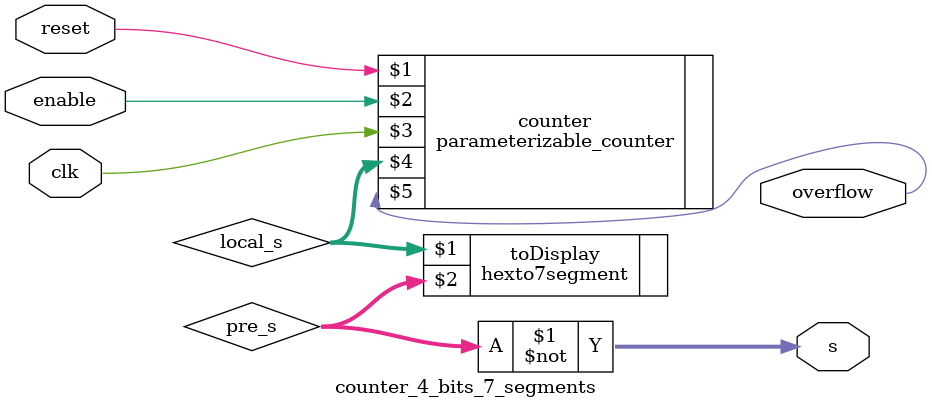
<source format=sv>
module counter_4_bits_7_segments (input logic reset,enable,clk,output logic[7:0] s,output logic overflow);

	logic[3:0] local_s;
	parameterizable_counter	counter(reset,enable,clk,local_s,overflow);
	
	logic[7:0] pre_s;
	
	assign s = ~pre_s; 
	
	hexto7segment toDisplay(local_s,pre_s);
	
	
endmodule


</source>
